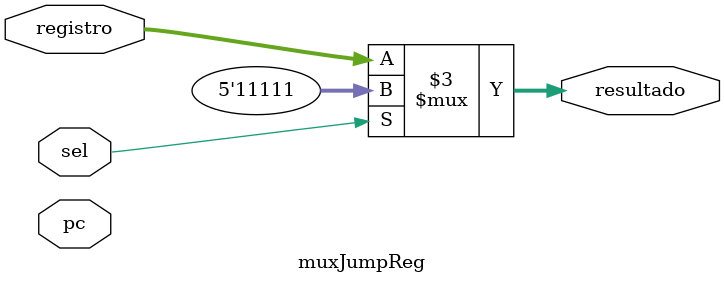
<source format=v>
`timescale 1ns / 1ps
module muxJumpReg(
				input sel,
				input [4:0] pc,registro,
				output reg [4:0] resultado
    );
always @*
	begin
		if(sel)
			resultado = 6'b011111; //31
		else
			resultado = registro;
		end

endmodule

</source>
